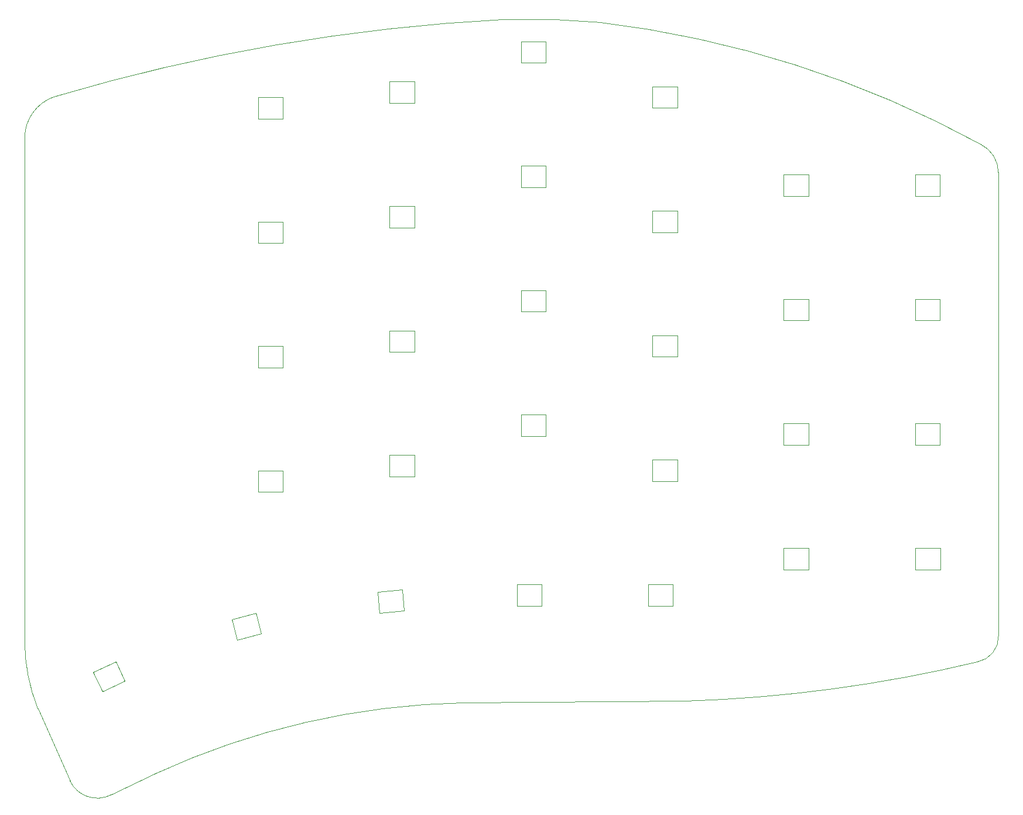
<source format=gm1>
G04 #@! TF.GenerationSoftware,KiCad,Pcbnew,6.0.2+dfsg-1*
G04 #@! TF.CreationDate,2022-08-27T13:38:11+01:00*
G04 #@! TF.ProjectId,Jocket_Split_LP,4a6f636b-6574-45f5-9370-6c69745f4c50,rev?*
G04 #@! TF.SameCoordinates,Original*
G04 #@! TF.FileFunction,Profile,NP*
%FSLAX46Y46*%
G04 Gerber Fmt 4.6, Leading zero omitted, Abs format (unit mm)*
G04 Created by KiCad (PCBNEW 6.0.2+dfsg-1) date 2022-08-27 13:38:11*
%MOMM*%
%LPD*%
G01*
G04 APERTURE LIST*
G04 #@! TA.AperFunction,Profile*
%ADD10C,0.100000*%
G04 #@! TD*
G04 #@! TA.AperFunction,Profile*
%ADD11C,0.120000*%
G04 #@! TD*
G04 APERTURE END LIST*
D10*
X97450000Y-142650000D02*
X103850000Y-139600000D01*
X180550000Y-129100000D02*
G75*
G03*
X222696070Y-123435293I-6678179J209304567D01*
G01*
X168000000Y-30950000D02*
G75*
G03*
X154100000Y-30550000I-9934911J-103525663D01*
G01*
X91500000Y-140650000D02*
G75*
G03*
X97450000Y-142650000I3941735J1876036D01*
G01*
X223200000Y-48600000D02*
G75*
G03*
X168000000Y-30950000I-73210287J-133820204D01*
G01*
X154100000Y-30550000D02*
G75*
G03*
X89100000Y-41750000I14523460J-278504010D01*
G01*
X86850000Y-130200000D02*
X91500000Y-140650000D01*
X148450000Y-129350000D02*
X180550000Y-129100000D01*
X222696070Y-123435293D02*
G75*
G03*
X225750000Y-119600000I-665056J3663088D01*
G01*
X225732233Y-52650000D02*
G75*
G03*
X223200000Y-48600000I-4554422J-30989D01*
G01*
X84950000Y-47500000D02*
X84950000Y-120550000D01*
X89100000Y-41750000D02*
G75*
G03*
X84950000Y-47500000I2168061J-5937383D01*
G01*
X84950000Y-120550000D02*
G75*
G03*
X86850000Y-130200000I26495307J204646D01*
G01*
X225732233Y-52650000D02*
X225750000Y-119600000D01*
X148450000Y-129350000D02*
G75*
G03*
X103850000Y-139600000I2226705J-111846078D01*
G01*
D11*
X118700000Y-41770500D02*
X118700000Y-44870500D01*
X122300000Y-41770500D02*
X118700000Y-41770500D01*
X118700000Y-44870500D02*
X122300000Y-44870500D01*
X122300000Y-44870500D02*
X122300000Y-41770500D01*
X137700000Y-42620500D02*
X141300000Y-42620500D01*
X141300000Y-39520500D02*
X137700000Y-39520500D01*
X137700000Y-39520500D02*
X137700000Y-42620500D01*
X141300000Y-42620500D02*
X141300000Y-39520500D01*
X160300000Y-33701000D02*
X156700000Y-33701000D01*
X160300000Y-36801000D02*
X160300000Y-33701000D01*
X156700000Y-36801000D02*
X160300000Y-36801000D01*
X156700000Y-33701000D02*
X156700000Y-36801000D01*
X179300000Y-40220500D02*
X175700000Y-40220500D01*
X175700000Y-43320500D02*
X179300000Y-43320500D01*
X175700000Y-40220500D02*
X175700000Y-43320500D01*
X179300000Y-43320500D02*
X179300000Y-40220500D01*
X198300000Y-56070500D02*
X198300000Y-52970500D01*
X194700000Y-52970500D02*
X194700000Y-56070500D01*
X194700000Y-56070500D02*
X198300000Y-56070500D01*
X198300000Y-52970500D02*
X194700000Y-52970500D01*
X118700000Y-62870500D02*
X122300000Y-62870500D01*
X122300000Y-62870500D02*
X122300000Y-59770500D01*
X118700000Y-59770500D02*
X118700000Y-62870500D01*
X122300000Y-59770500D02*
X118700000Y-59770500D01*
X137700000Y-60620500D02*
X141300000Y-60620500D01*
X137700000Y-57520500D02*
X137700000Y-60620500D01*
X141300000Y-57520500D02*
X137700000Y-57520500D01*
X141300000Y-60620500D02*
X141300000Y-57520500D01*
X156700000Y-51691000D02*
X156700000Y-54791000D01*
X160300000Y-51691000D02*
X156700000Y-51691000D01*
X160300000Y-54791000D02*
X160300000Y-51691000D01*
X156700000Y-54791000D02*
X160300000Y-54791000D01*
X179300000Y-58220500D02*
X175700000Y-58220500D01*
X175700000Y-61320500D02*
X179300000Y-61320500D01*
X179300000Y-61320500D02*
X179300000Y-58220500D01*
X175700000Y-58220500D02*
X175700000Y-61320500D01*
X198300000Y-74070500D02*
X198300000Y-70970500D01*
X198300000Y-70970500D02*
X194700000Y-70970500D01*
X194700000Y-70970500D02*
X194700000Y-74070500D01*
X194700000Y-74070500D02*
X198300000Y-74070500D01*
X217300000Y-74070500D02*
X217300000Y-70970500D01*
X213700000Y-74070500D02*
X217300000Y-74070500D01*
X217300000Y-70970500D02*
X213700000Y-70970500D01*
X213700000Y-70970500D02*
X213700000Y-74070500D01*
X122300000Y-77770500D02*
X118700000Y-77770500D01*
X122300000Y-80870500D02*
X122300000Y-77770500D01*
X118700000Y-80870500D02*
X122300000Y-80870500D01*
X118700000Y-77770500D02*
X118700000Y-80870500D01*
X141300000Y-78620500D02*
X141300000Y-75520500D01*
X137700000Y-75520500D02*
X137700000Y-78620500D01*
X141300000Y-75520500D02*
X137700000Y-75520500D01*
X137700000Y-78620500D02*
X141300000Y-78620500D01*
X160300000Y-69691000D02*
X156700000Y-69691000D01*
X160300000Y-72791000D02*
X160300000Y-69691000D01*
X156700000Y-69691000D02*
X156700000Y-72791000D01*
X156700000Y-72791000D02*
X160300000Y-72791000D01*
X175700000Y-76220500D02*
X175700000Y-79320500D01*
X179300000Y-76220500D02*
X175700000Y-76220500D01*
X175700000Y-79320500D02*
X179300000Y-79320500D01*
X179300000Y-79320500D02*
X179300000Y-76220500D01*
X194700000Y-92070500D02*
X198300000Y-92070500D01*
X198300000Y-92070500D02*
X198300000Y-88970500D01*
X198300000Y-88970500D02*
X194700000Y-88970500D01*
X194700000Y-88970500D02*
X194700000Y-92070500D01*
X213700000Y-88970500D02*
X213700000Y-92070500D01*
X213700000Y-92070500D02*
X217300000Y-92070500D01*
X217300000Y-92070500D02*
X217300000Y-88970500D01*
X217300000Y-88970500D02*
X213700000Y-88970500D01*
X118700000Y-98870500D02*
X122300000Y-98870500D01*
X122300000Y-98870500D02*
X122300000Y-95770500D01*
X118700000Y-95770500D02*
X118700000Y-98870500D01*
X122300000Y-95770500D02*
X118700000Y-95770500D01*
X141300000Y-93520500D02*
X137700000Y-93520500D01*
X137700000Y-96620500D02*
X141300000Y-96620500D01*
X137700000Y-93520500D02*
X137700000Y-96620500D01*
X141300000Y-96620500D02*
X141300000Y-93520500D01*
X160300000Y-90791000D02*
X160300000Y-87691000D01*
X160300000Y-87691000D02*
X156700000Y-87691000D01*
X156700000Y-90791000D02*
X160300000Y-90791000D01*
X156700000Y-87691000D02*
X156700000Y-90791000D01*
X175700000Y-97320500D02*
X179300000Y-97320500D01*
X179300000Y-94220500D02*
X175700000Y-94220500D01*
X179300000Y-97320500D02*
X179300000Y-94220500D01*
X175700000Y-94220500D02*
X175700000Y-97320500D01*
X194700000Y-106970500D02*
X194700000Y-110070500D01*
X194700000Y-110070500D02*
X198300000Y-110070500D01*
X198300000Y-110070500D02*
X198300000Y-106970500D01*
X198300000Y-106970500D02*
X194700000Y-106970500D01*
X213712493Y-106970500D02*
X213712493Y-110070500D01*
X217312493Y-106970500D02*
X213712493Y-106970500D01*
X217312493Y-110070500D02*
X217312493Y-106970500D01*
X213712493Y-110070500D02*
X217312493Y-110070500D01*
X99449763Y-126204289D02*
X98139646Y-123394735D01*
X96187055Y-127725715D02*
X99449763Y-126204289D01*
X94876938Y-124916161D02*
X96187055Y-127725715D01*
X98139646Y-123394735D02*
X94876938Y-124916161D01*
X136230437Y-116364030D02*
X139816738Y-116050270D01*
X139816738Y-116050270D02*
X139546555Y-112962066D01*
X135960254Y-113275827D02*
X136230437Y-116364030D01*
X139546555Y-112962066D02*
X135960254Y-113275827D01*
X159700000Y-115310500D02*
X159700000Y-112210500D01*
X156100000Y-115310500D02*
X159700000Y-115310500D01*
X156100000Y-112210500D02*
X156100000Y-115310500D01*
X159700000Y-112210500D02*
X156100000Y-112210500D01*
X175100000Y-112220500D02*
X175100000Y-115320500D01*
X175100000Y-115320500D02*
X178700000Y-115320500D01*
X178700000Y-112220500D02*
X175100000Y-112220500D01*
X178700000Y-115320500D02*
X178700000Y-112220500D01*
X119178015Y-119328800D02*
X118375676Y-116334430D01*
X115700682Y-120260549D02*
X119178015Y-119328800D01*
X118375676Y-116334430D02*
X114898343Y-117266179D01*
X114898343Y-117266179D02*
X115700682Y-120260549D01*
X213700000Y-56070500D02*
X217300000Y-56070500D01*
X217300000Y-56070500D02*
X217300000Y-52970500D01*
X217300000Y-52970500D02*
X213700000Y-52970500D01*
X213700000Y-52970500D02*
X213700000Y-56070500D01*
M02*

</source>
